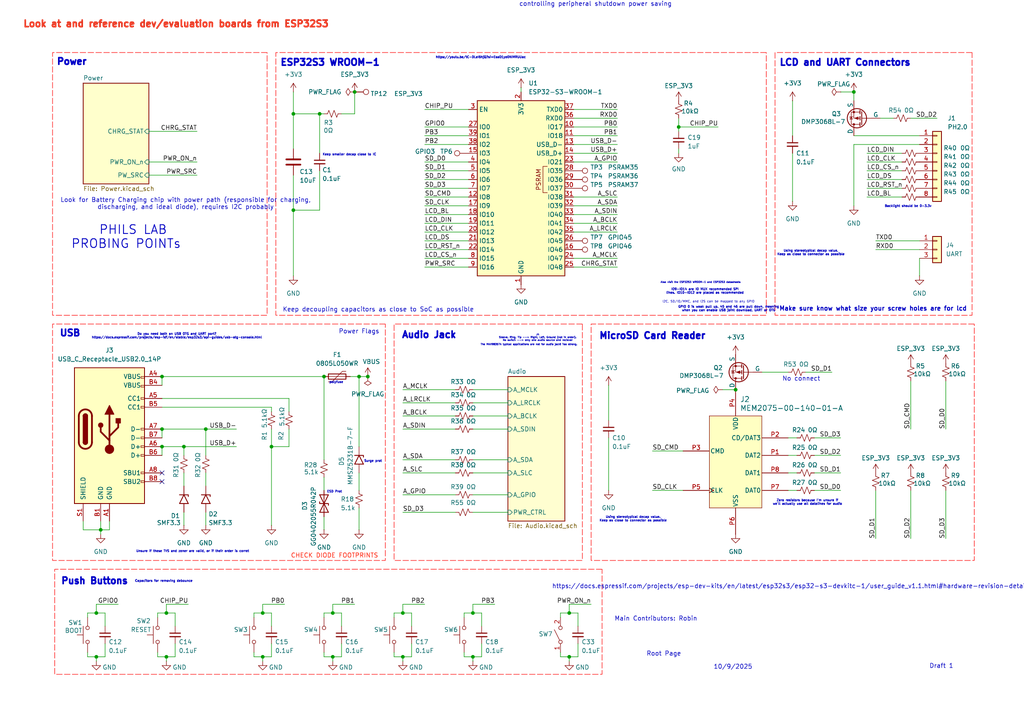
<source format=kicad_sch>
(kicad_sch (version 20250114) (generator "eeschema") (generator_version "9.0")
  (paper "A4")
  (text "Add mosfets on power rails to allow for\ncontrolling peripheral shutdown power saving" (at 172.72 0.254 0) (effects (font (size 1.27 1.27))))
  (text "LCD and UART Connectors" (at 245.11 18.288 0) (effects (font (size 1.905 1.905) (thickness 0.508) (bold yes))))
  (text "Look for Battery Charging chip with power path (responsible for charging,\ndischarging, and ideal diode), requires I2C probably" (at 53.848 59.182 0) (effects (font (size 1.27 1.27))))
  (text "Is PSRAM in the WROOM S3? What do they need?\nBring out the strapping pins and unused pins using test pad\nBring the pull up on SD lines into the SD rules area\nAdd zero resistors to the audio page + LCD + Power pages or connections coming out,\nadditionally to all pins you are unsure of\nThe PWR_ON_n signal is sus! When you turn of the device, is VSRC grounded?\nWouldn't that make it always on? Read the datasheet on this. Maybe you should pull up to bat?\nThis depends on what VBAT is when a USB is in but the battery is not there.\nBB_EN is impossible to control via ESP. ESP requires power but BB converter needs the signal. Circular argument.\nYou need a battery monitor or BMS to read the battery voltage! The ESP can't be the one to\ndetermine whether you battery is too low voltage and therefore shouldn't power on the system - there needs to be\nanother IC that uses very little power but monitors the battery at all times, even when the system is powered off.\nIn other words, your charging IC is too simple! (MIC826, voltage supervisor)\nMAYBE FOR NOW, YOU DON'T NEED IT BECAUSE WE JUST WANT TO MAKE SURE THE SYSTEM WORKS BEFORE WE OPTIMIZE IT\nIs your PMOS and zener diode reverse polarity circuitry actually useful? VBAT probably won't exceed 4.2 because\nof internal IC over voltage protection, your battery will never go over 4.2 otherwise your system is already exploded,\nyour battery also uses JST connection which is KEY'ed so you will not mechanically plug in the battery wrong.\nYour USB still doesn't protect against surge and overcurrent. Either you use a fuse, or find an IC that has a PTC, Zener, and fuse,\nor just build your own PTC + zener (polymer zener protection device)\nAlso, I need to have an integrated LED for powered on. Plus, probably should take a look more at the UART and JTAG debug pins." (at 96.266 -31.242 0) (effects (font (size 1.27 1.27)) (justify left)))
  (text "Keep decoupling capacitors as close to SoC as possible\n" (at 109.728 89.916 0) (effects (font (size 1.27 1.27))))
  (text "ESP32S3 WROOM-1" (at 95.758 18.288 0) (effects (font (size 1.905 1.905) (thickness 0.508) (bold yes))))
  (text "Capacitors for removing debounce" (at 47.498 168.656 0) (effects (font (size 0.635 0.635))))
  (text "Look at and reference dev/evaluation boards from ESP32S3" (at 51.054 7.112 0) (effects (font (size 1.905 1.905) (thickness 0.508) (bold yes))))
  (text "IO9-IO14 are IO MUX recommended SPI\nlines. IO10-IO12 are placed as recommended" (at 204.47 84.582 0) (effects (font (size 0.635 0.635))))
  (text "Make sure know what size your screw holes are for lcd\n" (at 253.238 89.662 0) (effects (font (size 1.27 1.27) (thickness 0.254) (bold yes))))
  (text "GPIO 0 is weak pull up, 45 and 46 are pull down, meaning\nwhen you can enable USB joint download, UART or OTG\n" (at 211.328 89.662 0) (effects (font (size 0.635 0.635))))
  (text "Push Buttons\n" (at 27.432 168.656 0) (effects (font (size 1.905 1.905) (thickness 0.508) (bold yes))))
  (text "Using stereotypical decap value.\nKeep as close to connector as possible" (at 183.642 150.622 0) (effects (font (size 0.635 0.635))))
  (text "MicroSD Card Reader\n" (at 189.23 97.536 0) (effects (font (size 1.905 1.905) (thickness 0.508) (bold yes))))
  (text "Backlight should be 0-3.3v" (at 263.398 59.944 0) (effects (font (size 0.635 0.635))))
  (text "I2C, SD/IO/MMC, and I2S can be mapped to any GPIO\n" (at 205.486 87.63 0) (effects (font (size 0.635 0.635) (thickness 0.0794))))
  (text "Surge prot" (at 108.204 133.858 0) (effects (font (size 0.635 0.635))))
  (text "10/9/2025" (at 212.598 193.548 0) (effects (font (size 1.27 1.27))))
  (text "Root Page" (at 192.532 189.738 0) (effects (font (size 1.27 1.27))))
  (text "Zero resistors because I'm unsure if\nwe'll actually use all datalines for audio" (at 234.188 145.796 0) (effects (font (size 0.635 0.635))))
  (text "Unsure if these TVS and zener are valid, or if their order is corret" (at 55.88 160.02 0) (effects (font (size 0.635 0.635))))
  (text "CHECK DIODE FOOTPRINTS" (at 97.028 161.29 0) (effects (font (size 1.27 1.27))))
  (text "Power" (at 20.828 18.034 0) (effects (font (size 1.905 1.905) (thickness 0.508) (bold yes))))
  (text "Find Diode Footprints, + Fuse\nConfirm all IC footprints validity\nDo Decaps need smaller footprints?" (at 113.792 -3.556 0) (effects (font (size 1.27 1.27))))
  (text "polyfuse" (at 97.536 110.998 0) (effects (font (size 0.635 0.635))))
  (text "Audio Jack" (at 124.46 97.282 0) (effects (font (size 1.905 1.905) (thickness 0.508) (bold yes))))
  (text "Do you need both an USB OTG and UART port?\nhttps://docs.espressif.com/projects/esp-idf/en/stable/esp32s3/api-guides/usb-otg-console.html" (at 51.308 97.536 0) (effects (font (size 0.635 0.635))))
  (text "PROBING POINTs" (at 36.576 70.866 0) (effects (font (size 2.54 2.54) (thickness 0.254) (bold yes))))
  (text "The MAX98357A typical applications are not for audio jack! Too strong." (at 153.416 100.076 0) (effects (font (size 0.508 0.508))))
  (text "Also visit the ESP32S3 WROOM-1 and ESP32S3 datasheets" (at 203.2 82.042 0) (effects (font (size 0.508 0.508))))
  (text "Keep smaller decap close to IC" (at 101.346 44.958 0) (effects (font (size 0.635 0.635))))
  (text "Using stereotypical decap value.\nKeep as close to connector as possible" (at 235.204 73.406 0) (effects (font (size 0.635 0.635))))
  (text "Main Contributors: Robin" (at 190.246 179.578 0) (effects (font (size 1.27 1.27))))
  (text "No connect" (at 232.41 109.982 0) (effects (font (size 1.27 1.27))))
  (text "PHILS LAB" (at 38.608 66.802 0) (effects (font (size 2.54 2.54) (thickness 0.254) (bold yes))))
  (text "Draft 1" (at 273.05 193.294 0) (effects (font (size 1.27 1.27))))
  (text "ESD Prot" (at 97.028 142.748 0) (effects (font (size 0.635 0.635))))
  (text "USB\n" (at 20.32 96.774 0) (effects (font (size 1.905 1.905) (thickness 0.508) (bold yes))))
  (text "https://docs.espressif.com/projects/esp-dev-kits/en/latest/esp32s3/esp32-s3-devkitc-1/user_guide_v1.1.html#hardware-revision-details" (at 229.616 170.18 0) (effects (font (size 1.27 1.27))))
  (text "J4\nSleeve, Ring, Tip --> Right, Left, Ground (not in order).\nNo switch --> only one audio source and reciever" (at 155.956 98.044 0) (effects (font (size 0.508 0.508))))
  (text "Power Flags" (at 104.14 96.266 0) (effects (font (size 1.27 1.27))))
  (text "https://youtu.be/tC-DLeI6hjQ?si=EssO1yo0NIMRUUac" (at 139.446 16.764 0) (effects (font (size 0.635 0.635) (thickness 0.1588))))
  (junction (at 46.99 109.22))
  (junction (at 78.74 129.54))
  (junction (at 102.87 26.67))
  (junction (at 92.71 33.02))
  (junction (at 96.52 177.8))
  (junction (at 27.94 190.5))
  (junction (at 106.68 109.22))
  (junction (at 46.99 124.46))
  (junction (at 116.84 190.5))
  (junction (at 137.16 190.5))
  (junction (at 116.84 177.8))
  (junction (at 59.69 124.46))
  (junction (at 137.16 177.8))
  (junction (at 48.26 190.5))
  (junction (at 76.2 190.5))
  (junction (at 48.26 177.8))
  (junction (at 247.65 26.67))
  (junction (at 85.09 60.96))
  (junction (at 46.99 129.54))
  (junction (at 85.09 33.02))
  (junction (at 53.34 129.54))
  (junction (at 196.85 36.83))
  (junction (at 165.1 190.5))
  (junction (at 96.52 190.5))
  (junction (at 27.94 177.8))
  (junction (at 104.14 109.22))
  (junction (at 29.21 153.67))
  (junction (at 165.1 177.8))
  (junction (at 93.98 109.22))
  (junction (at 213.36 113.03))
  (junction (at 76.2 177.8))
  (no_connect (at 46.99 139.7))
  (no_connect (at 46.99 137.16))
  (wire (pts (xy 196.85 44.45) (xy 196.85 43.18)))
  (wire (pts (xy 251.46 54.61) (xy 261.62 54.61)))
  (wire (pts (xy 48.26 190.5) (xy 50.8 190.5)))
  (wire (pts (xy 162.56 179.07) (xy 162.56 177.8)))
  (wire (pts (xy 93.98 142.24) (xy 93.98 138.43)))
  (wire (pts (xy 116.84 116.84) (xy 132.08 116.84)))
  (wire (pts (xy 46.99 109.22) (xy 46.99 111.76)))
  (wire (pts (xy 114.3 189.23) (xy 114.3 190.5)))
  (wire (pts (xy 43.18 50.8) (xy 57.15 50.8)))
  (wire (pts (xy 46.99 118.11) (xy 78.74 118.11)))
  (wire (pts (xy 85.09 60.96) (xy 85.09 50.8)))
  (wire (pts (xy 83.82 124.46) (xy 83.82 129.54)))
  (wire (pts (xy 45.72 189.23) (xy 45.72 190.5)))
  (wire (pts (xy 93.98 149.86) (xy 93.98 153.67)))
  (wire (pts (xy 196.85 36.83) (xy 196.85 34.29)))
  (wire (pts (xy 179.07 34.29) (xy 166.37 34.29)))
  (wire (pts (xy 116.84 190.5) (xy 119.38 190.5)))
  (wire (pts (xy 76.2 175.26) (xy 82.55 175.26)))
  (wire (pts (xy 165.1 175.26) (xy 165.1 177.8)))
  (wire (pts (xy 29.21 153.67) (xy 29.21 151.13)))
  (wire (pts (xy 209.55 113.03) (xy 213.36 113.03)))
  (wire (pts (xy 251.46 57.15) (xy 261.62 57.15)))
  (wire (pts (xy 189.23 130.81) (xy 198.12 130.81)))
  (wire (pts (xy 29.21 153.67) (xy 31.75 153.67)))
  (wire (pts (xy 123.19 31.75) (xy 135.89 31.75)))
  (wire (pts (xy 78.74 129.54) (xy 78.74 152.4)))
  (wire (pts (xy 46.99 109.22) (xy 93.98 109.22)))
  (wire (pts (xy 119.38 181.61) (xy 119.38 177.8)))
  (wire (pts (xy 45.72 177.8) (xy 48.26 177.8)))
  (wire (pts (xy 78.74 118.11) (xy 78.74 119.38)))
  (wire (pts (xy 165.1 175.26) (xy 171.45 175.26)))
  (wire (pts (xy 123.19 74.93) (xy 135.89 74.93)))
  (wire (pts (xy 27.94 190.5) (xy 27.94 191.77)))
  (wire (pts (xy 137.16 113.03) (xy 147.32 113.03)))
  (wire (pts (xy 114.3 190.5) (xy 116.84 190.5)))
  (wire (pts (xy 93.98 179.07) (xy 93.98 177.8)))
  (wire (pts (xy 251.46 46.99) (xy 261.62 46.99)))
  (wire (pts (xy 46.99 124.46) (xy 46.99 127)))
  (wire (pts (xy 50.8 190.5) (xy 50.8 186.69)))
  (wire (pts (xy 165.1 190.5) (xy 167.64 190.5)))
  (wire (pts (xy 96.52 177.8) (xy 99.06 177.8)))
  (wire (pts (xy 196.85 36.83) (xy 208.28 36.83)))
  (wire (pts (xy 78.74 129.54) (xy 83.82 129.54)))
  (wire (pts (xy 53.34 129.54) (xy 68.58 129.54)))
  (wire (pts (xy 76.2 190.5) (xy 76.2 191.77)))
  (wire (pts (xy 228.6 107.95) (xy 220.98 107.95)))
  (wire (pts (xy 119.38 190.5) (xy 119.38 186.69)))
  (wire (pts (xy 116.84 175.26) (xy 123.19 175.26)))
  (wire (pts (xy 233.68 107.95) (xy 241.3 107.95)))
  (wire (pts (xy 76.2 190.5) (xy 78.74 190.5)))
  (wire (pts (xy 228.6 137.16) (xy 231.14 137.16)))
  (wire (pts (xy 116.84 190.5) (xy 116.84 191.77)))
  (wire (pts (xy 48.26 190.5) (xy 48.26 191.77)))
  (wire (pts (xy 179.07 39.37) (xy 166.37 39.37)))
  (wire (pts (xy 96.52 190.5) (xy 96.52 191.77)))
  (wire (pts (xy 266.7 80.01) (xy 266.7 74.93)))
  (wire (pts (xy 25.4 177.8) (xy 27.94 177.8)))
  (wire (pts (xy 134.62 190.5) (xy 137.16 190.5)))
  (wire (pts (xy 59.69 124.46) (xy 68.58 124.46)))
  (wire (pts (xy 30.48 190.5) (xy 30.48 186.69)))
  (wire (pts (xy 59.69 137.16) (xy 59.69 140.97)))
  (wire (pts (xy 247.65 39.37) (xy 266.7 39.37)))
  (wire (pts (xy 179.07 62.23) (xy 166.37 62.23)))
  (wire (pts (xy 165.1 177.8) (xy 167.64 177.8)))
  (wire (pts (xy 78.74 190.5) (xy 78.74 186.69)))
  (wire (pts (xy 137.16 133.35) (xy 147.32 133.35)))
  (wire (pts (xy 179.07 59.69) (xy 166.37 59.69)))
  (wire (pts (xy 93.98 189.23) (xy 93.98 190.5)))
  (wire (pts (xy 189.23 142.24) (xy 198.12 142.24)))
  (wire (pts (xy 101.6 109.22) (xy 104.14 109.22)))
  (wire (pts (xy 27.94 175.26) (xy 34.29 175.26)))
  (wire (pts (xy 78.74 181.61) (xy 78.74 177.8)))
  (wire (pts (xy 85.09 26.67) (xy 85.09 33.02)))
  (wire (pts (xy 46.99 129.54) (xy 46.99 132.08)))
  (wire (pts (xy 176.53 111.76) (xy 176.53 121.92)))
  (wire (pts (xy 29.21 153.67) (xy 29.21 154.94)))
  (wire (pts (xy 92.71 33.02) (xy 92.71 44.45)))
  (wire (pts (xy 137.16 116.84) (xy 147.32 116.84)))
  (wire (pts (xy 196.85 38.1) (xy 196.85 36.83)))
  (wire (pts (xy 251.46 49.53) (xy 261.62 49.53)))
  (wire (pts (xy 179.07 67.31) (xy 166.37 67.31)))
  (wire (pts (xy 25.4 179.07) (xy 25.4 177.8)))
  (wire (pts (xy 179.07 36.83) (xy 166.37 36.83)))
  (wire (pts (xy 85.09 60.96) (xy 92.71 60.96)))
  (wire (pts (xy 116.84 175.26) (xy 116.84 177.8)))
  (wire (pts (xy 114.3 177.8) (xy 116.84 177.8)))
  (wire (pts (xy 162.56 177.8) (xy 165.1 177.8)))
  (wire (pts (xy 48.26 175.26) (xy 54.61 175.26)))
  (wire (pts (xy 236.22 127) (xy 243.84 127)))
  (wire (pts (xy 123.19 69.85) (xy 135.89 69.85)))
  (wire (pts (xy 176.53 127) (xy 176.53 142.24)))
  (wire (pts (xy 162.56 189.23) (xy 162.56 190.5)))
  (wire (pts (xy 247.65 29.21) (xy 247.65 26.67)))
  (wire (pts (xy 167.64 181.61) (xy 167.64 177.8)))
  (wire (pts (xy 46.99 115.57) (xy 83.82 115.57)))
  (wire (pts (xy 99.06 181.61) (xy 99.06 177.8)))
  (wire (pts (xy 93.98 177.8) (xy 96.52 177.8)))
  (wire (pts (xy 116.84 113.03) (xy 132.08 113.03)))
  (wire (pts (xy 53.34 132.08) (xy 53.34 129.54)))
  (wire (pts (xy 137.16 175.26) (xy 143.51 175.26)))
  (wire (pts (xy 179.07 64.77) (xy 166.37 64.77)))
  (wire (pts (xy 255.27 34.29) (xy 259.08 34.29)))
  (wire (pts (xy 45.72 190.5) (xy 48.26 190.5)))
  (wire (pts (xy 48.26 175.26) (xy 48.26 177.8)))
  (wire (pts (xy 104.14 109.22) (xy 104.14 129.54)))
  (wire (pts (xy 137.16 137.16) (xy 147.32 137.16)))
  (wire (pts (xy 102.87 26.67) (xy 102.87 33.02)))
  (wire (pts (xy 137.16 124.46) (xy 147.32 124.46)))
  (wire (pts (xy 264.16 110.49) (xy 264.16 124.46)))
  (wire (pts (xy 25.4 190.5) (xy 27.94 190.5)))
  (wire (pts (xy 135.89 52.07) (xy 123.19 52.07)))
  (wire (pts (xy 166.37 44.45) (xy 179.07 44.45)))
  (wire (pts (xy 30.48 181.61) (xy 30.48 177.8)))
  (wire (pts (xy 104.14 147.32) (xy 104.14 153.67)))
  (wire (pts (xy 96.52 175.26) (xy 102.87 175.26)))
  (wire (pts (xy 179.07 57.15) (xy 166.37 57.15)))
  (wire (pts (xy 85.09 33.02) (xy 85.09 43.18)))
  (wire (pts (xy 229.87 29.21) (xy 229.87 39.37)))
  (wire (pts (xy 73.66 177.8) (xy 76.2 177.8)))
  (wire (pts (xy 134.62 189.23) (xy 134.62 190.5)))
  (wire (pts (xy 43.18 46.99) (xy 57.15 46.99)))
  (wire (pts (xy 104.14 137.16) (xy 104.14 142.24)))
  (wire (pts (xy 85.09 60.96) (xy 85.09 80.01)))
  (wire (pts (xy 135.89 46.99) (xy 123.19 46.99)))
  (wire (pts (xy 166.37 77.47) (xy 179.07 77.47)))
  (wire (pts (xy 135.89 67.31) (xy 123.19 67.31)))
  (wire (pts (xy 228.6 127) (xy 231.14 127)))
  (wire (pts (xy 254 69.85) (xy 266.7 69.85)))
  (wire (pts (xy 73.66 179.07) (xy 73.66 177.8)))
  (wire (pts (xy 123.19 57.15) (xy 135.89 57.15)))
  (wire (pts (xy 73.66 190.5) (xy 76.2 190.5)))
  (wire (pts (xy 27.94 190.5) (xy 30.48 190.5)))
  (wire (pts (xy 76.2 177.8) (xy 78.74 177.8)))
  (wire (pts (xy 24.13 153.67) (xy 24.13 151.13)))
  (wire (pts (xy 134.62 177.8) (xy 137.16 177.8)))
  (wire (pts (xy 229.87 44.45) (xy 229.87 58.42)))
  (wire (pts (xy 132.08 148.59) (xy 116.84 148.59)))
  (wire (pts (xy 228.6 132.08) (xy 231.14 132.08)))
  (wire (pts (xy 137.16 175.26) (xy 137.16 177.8)))
  (wire (pts (xy 73.66 189.23) (xy 73.66 190.5)))
  (wire (pts (xy 123.19 72.39) (xy 135.89 72.39)))
  (wire (pts (xy 48.26 177.8) (xy 50.8 177.8)))
  (wire (pts (xy 254 142.24) (xy 254 156.21)))
  (wire (pts (xy 264.16 142.24) (xy 264.16 156.21)))
  (wire (pts (xy 116.84 137.16) (xy 132.08 137.16)))
  (wire (pts (xy 123.19 64.77) (xy 135.89 64.77)))
  (wire (pts (xy 274.32 110.49) (xy 274.32 124.46)))
  (wire (pts (xy 123.19 36.83) (xy 135.89 36.83)))
  (wire (pts (xy 134.62 179.07) (xy 134.62 177.8)))
  (wire (pts (xy 116.84 133.35) (xy 132.08 133.35)))
  (wire (pts (xy 243.84 26.67) (xy 247.65 26.67)))
  (wire (pts (xy 137.16 190.5) (xy 137.16 191.77)))
  (wire (pts (xy 247.65 41.91) (xy 266.7 41.91)))
  (wire (pts (xy 116.84 124.46) (xy 132.08 124.46)))
  (wire (pts (xy 251.46 44.45) (xy 261.62 44.45)))
  (wire (pts (xy 135.89 54.61) (xy 123.19 54.61)))
  (wire (pts (xy 116.84 120.65) (xy 132.08 120.65)))
  (wire (pts (xy 83.82 115.57) (xy 83.82 119.38)))
  (wire (pts (xy 179.07 74.93) (xy 166.37 74.93)))
  (wire (pts (xy 137.16 143.51) (xy 147.32 143.51)))
  (wire (pts (xy 27.94 175.26) (xy 27.94 177.8)))
  (wire (pts (xy 59.69 124.46) (xy 59.69 132.08)))
  (wire (pts (xy 228.6 142.24) (xy 231.14 142.24)))
  (wire (pts (xy 31.75 153.67) (xy 31.75 151.13)))
  (wire (pts (xy 254 72.39) (xy 266.7 72.39)))
  (wire (pts (xy 123.19 59.69) (xy 135.89 59.69)))
  (wire (pts (xy 24.13 153.67) (xy 29.21 153.67)))
  (wire (pts (xy 162.56 190.5) (xy 165.1 190.5)))
  (wire (pts (xy 274.32 142.24) (xy 274.32 156.21)))
  (wire (pts (xy 166.37 46.99) (xy 179.07 46.99)))
  (wire (pts (xy 151.13 25.4) (xy 151.13 26.67)))
  (wire (pts (xy 27.94 177.8) (xy 30.48 177.8)))
  (wire (pts (xy 137.16 190.5) (xy 139.7 190.5)))
  (wire (pts (xy 123.19 62.23) (xy 135.89 62.23)))
  (wire (pts (xy 139.7 181.61) (xy 139.7 177.8)))
  (wire (pts (xy 43.18 38.1) (xy 57.15 38.1)))
  (wire (pts (xy 135.89 49.53) (xy 123.19 49.53)))
  (wire (pts (xy 76.2 175.26) (xy 76.2 177.8)))
  (wire (pts (xy 53.34 148.59) (xy 53.34 152.4)))
  (wire (pts (xy 25.4 189.23) (xy 25.4 190.5)))
  (wire (pts (xy 102.87 33.02) (xy 99.06 33.02)))
  (wire (pts (xy 165.1 190.5) (xy 165.1 191.77)))
  (wire (pts (xy 104.14 109.22) (xy 106.68 109.22)))
  (wire (pts (xy 85.09 33.02) (xy 92.71 33.02)))
  (wire (pts (xy 92.71 49.53) (xy 92.71 60.96)))
  (wire (pts (xy 137.16 120.65) (xy 147.32 120.65)))
  (wire (pts (xy 53.34 137.16) (xy 53.34 140.97)))
  (wire (pts (xy 116.84 177.8) (xy 119.38 177.8)))
  (wire (pts (xy 264.16 34.29) (xy 271.78 34.29)))
  (wire (pts (xy 96.52 190.5) (xy 99.06 190.5)))
  (wire (pts (xy 137.16 177.8) (xy 139.7 177.8)))
  (wire (pts (xy 93.98 190.5) (xy 96.52 190.5)))
  (wire (pts (xy 123.19 41.91) (xy 135.89 41.91)))
  (wire (pts (xy 46.99 124.46) (xy 59.69 124.46)))
  (wire (pts (xy 99.06 190.5) (xy 99.06 186.69)))
  (wire (pts (xy 123.19 77.47) (xy 135.89 77.47)))
  (wire (pts (xy 166.37 41.91) (xy 179.07 41.91)))
  (wire (pts (xy 123.19 39.37) (xy 135.89 39.37)))
  (wire (pts (xy 93.98 109.22) (xy 93.98 133.35)))
  (wire (pts (xy 236.22 137.16) (xy 243.84 137.16)))
  (wire (pts (xy 59.69 148.59) (xy 59.69 152.4)))
  (wire (pts (xy 137.16 148.59) (xy 147.32 148.59)))
  (wire (pts (xy 96.52 175.26) (xy 96.52 177.8)))
  (wire (pts (xy 247.65 41.91) (xy 247.65 59.69)))
  (wire (pts (xy 50.8 181.61) (xy 50.8 177.8)))
  (wire (pts (xy 251.46 52.07) (xy 261.62 52.07)))
  (wire (pts (xy 114.3 179.07) (xy 114.3 177.8)))
  (wire (pts (xy 139.7 190.5) (xy 139.7 186.69)))
  (wire (pts (xy 236.22 132.08) (xy 243.84 132.08)))
  (wire (pts (xy 179.07 31.75) (xy 166.37 31.75)))
  (wire (pts (xy 93.98 33.02) (xy 92.71 33.02)))
  (wire (pts (xy 236.22 142.24) (xy 243.84 142.24)))
  (wire (pts (xy 116.84 143.51) (xy 132.08 143.51)))
  (wire (pts (xy 46.99 129.54) (xy 53.34 129.54)))
  (wire (pts (xy 167.64 190.5) (xy 167.64 186.69)))
  (wire (pts (xy 78.74 124.46) (xy 78.74 129.54)))
  (wire (pts (xy 45.72 179.07) (xy 45.72 177.8)))
  (label "USB_D+" (at 68.58 129.54 180))
  (label "LCD_BL" (at 123.19 62.23 0))
  (label "TXD0" (at 179.07 31.75 180))
  (label "PWR_SRC" (at 57.15 50.8 180))
  (label "SD_D2" (at 264.16 156.21 90))
  (label "SD_D0" (at 243.84 142.24 180))
  (label "A_BCLK" (at 179.07 64.77 180))
  (label "USB_D+" (at 179.07 44.45 180))
  (label "SD_CLK" (at 123.19 59.69 0))
  (label "SD_D1" (at 123.19 49.53 0))
  (label "USB_D-" (at 179.07 41.91 180))
  (label "A_GPIO" (at 179.07 46.99 180))
  (label "SD_D2" (at 271.78 34.29 180))
  (label "LCD_DS" (at 251.46 52.07 0))
  (label "LCD_DIN" (at 123.19 64.77 0))
  (label "PB3" (at 143.51 175.26 180))
  (label "A_MCLK" (at 179.07 74.93 180))
  (label "PWR_ON_n" (at 171.45 175.26 180))
  (label "A_GPIO" (at 116.84 143.51 0))
  (label "LCD_CLK" (at 123.19 67.31 0))
  (label "CHRG_STAT" (at 57.15 38.1 180))
  (label "SD_D1" (at 243.84 137.16 180))
  (label "SD_D1" (at 241.3 107.95 180))
  (label "LCD_BL" (at 251.46 57.15 0))
  (label "CHIP_PU" (at 123.19 31.75 0))
  (label "SD_D1" (at 254 156.21 90))
  (label "SD_D3" (at 243.84 127 180))
  (label "SD_D2" (at 123.19 52.07 0))
  (label "A_SDIN" (at 116.84 124.46 0))
  (label "A_SLC" (at 179.07 57.15 180))
  (label "SD_CMD" (at 189.23 130.81 0))
  (label "PWR_ON_n" (at 57.15 46.99 180))
  (label "RXD0" (at 254 72.39 0))
  (label "SD_D3" (at 116.84 148.59 0))
  (label "LCD_DS" (at 123.19 69.85 0))
  (label "CHRG_STAT" (at 179.07 77.47 180))
  (label "A_LRCLK" (at 179.07 67.31 180))
  (label "A_LRCLK" (at 116.84 116.84 0))
  (label "LCD_DIN" (at 251.46 44.45 0))
  (label "A_SDIN" (at 179.07 62.23 180))
  (label "PB0" (at 179.07 36.83 180))
  (label "RXD0" (at 179.07 34.29 180))
  (label "A_SDA" (at 179.07 59.69 180))
  (label "USB_D-" (at 68.58 124.46 180))
  (label "PB2" (at 123.19 175.26 180))
  (label "A_SLC" (at 116.84 137.16 0))
  (label "A_SDA" (at 116.84 133.35 0))
  (label "SD_CMD" (at 264.16 124.46 90))
  (label "LCD_RST_n" (at 123.19 72.39 0))
  (label "GPIO0" (at 34.29 175.26 180))
  (label "SD_CMD" (at 123.19 57.15 0))
  (label "PB0" (at 82.55 175.26 180))
  (label "PB3" (at 123.19 39.37 0))
  (label "SD_D3" (at 123.19 54.61 0))
  (label "PB1" (at 179.07 39.37 180))
  (label "GPIO0" (at 123.19 36.83 0))
  (label "SD_CLK" (at 189.23 142.24 0))
  (label "TXD0" (at 254 69.85 0))
  (label "SD_D2" (at 243.84 132.08 180))
  (label "PWR_SRC" (at 123.19 77.47 0))
  (label "LCD_RST_n" (at 251.46 54.61 0))
  (label "SD_D3" (at 274.32 156.21 90))
  (label "CHIP_PU" (at 208.28 36.83 180))
  (label "LCD_CS_n" (at 123.19 74.93 0))
  (label "LCD_CLK" (at 251.46 46.99 0))
  (label "SD_D0" (at 123.19 46.99 0))
  (label "CHIP_PU" (at 54.61 175.26 180))
  (label "PB2" (at 123.19 41.91 0))
  (label "A_BCLK" (at 116.84 120.65 0))
  (label "A_MCLK" (at 116.84 113.03 0))
  (label "SD_D0" (at 274.32 124.46 90))
  (label "PB1" (at 102.87 175.26 180))
  (label "LCD_CS_n" (at 251.46 49.53 0))
  (rule_area (polyline (pts (xy 111.76 93.98) (xy 15.24 93.98) (xy 15.24 162.56) (xy 111.76 162.56)) (stroke (width 0) (type dash))))
  (rule_area (polyline (pts (xy 282.575 93.98) (xy 171.45 93.98) (xy 171.45 162.56) (xy 282.575 162.56)) (stroke (width 0) (type dash))))
  (rule_area (polyline (pts (xy 168.91 93.98) (xy 114.3 93.98) (xy 114.3 162.56) (xy 168.91 162.56)) (stroke (width 0) (type dash))))
  (rule_area (polyline (pts (xy 174.625 165.1) (xy 15.875 165.1) (xy 15.875 195.58) (xy 174.625 195.58)) (stroke (width 0) (type dash))))
  (rule_area (polyline (pts (xy 281.94 15.24) (xy 224.79 15.24) (xy 224.79 91.44) (xy 281.94 91.44)) (stroke (width 0) (type dash))))
  (rule_area (polyline (pts (xy 222.25 15.24) (xy 80.01 15.24) (xy 80.01 91.44) (xy 222.25 91.44)) (stroke (width 0) (type dash))))
  (rule_area (polyline (pts (xy 77.47 15.24) (xy 15.24 15.24) (xy 15.24 91.44) (xy 77.47 91.44)) (stroke (width 0) (type dash))))
  (symbol (lib_id "power:PWR_FLAG") (at 209.55 113.03 90) (mirror x) (unit 1)
    (property "Reference" "#FLG03" (effects (hide yes)))
    (property "Value" "PWR_FLAG" (at 205.74 113.284 90) (effects (justify left)))
    (property "Description" "Special symbol for telling ERC where power comes from" (effects (hide yes)))
  )
  (symbol (lib_id "power:GND") (at 59.69 152.4 0) (unit 1)
    (property "Reference" "#PWR022" (effects (hide yes)))
    (property "Value" "GND" (at 59.69 157.48 0))
    (property "Description" "Power symbol creates a global label with name \"GND\" , ground" (effects (hide yes)))
  )
  (symbol (lib_id "Device:R_Small_US") (at 264.16 49.53 90) (unit 1)
    (property "Reference" "R42" (at 275.59 48.006 90))
    (property "Value" "0Ω" (at 279.908 48.006 90))
    (property "Footprint" "Resistor_SMD:R_0805_2012Metric" (effects (hide yes)))
    (property "Description" "Resistor, small US symbol" (effects (hide yes)))
  )
  (symbol (lib_id "Device:R_Small_US") (at 264.16 52.07 90) (unit 1)
    (property "Reference" "R43" (at 275.59 50.546 90))
    (property "Value" "0Ω" (at 279.908 50.546 90))
    (property "Footprint" "Resistor_SMD:R_0805_2012Metric" (effects (hide yes)))
    (property "Description" "Resistor, small US symbol" (effects (hide yes)))
  )
  (symbol (lib_id "Device:C") (at 85.09 46.99 0) (unit 1)
    (property "Reference" "C13" (at 86.868 49.784 0) (effects (justify left)))
    (property "Value" "10uF" (at 86.868 52.324 0) (effects (justify left)))
    (property "Footprint" "Capacitor_SMD:C_0805_2012Metric_Pad1.18x1.45mm_HandSolder" (effects (hide yes)))
    (property "Description" "Unpolarized capacitor" (effects (hide yes)))
  )
  (symbol (lib_id "Device:R_Small_US") (at 233.68 132.08 90) (unit 1)
    (property "Reference" "R25" (at 231.648 129.794 90))
    (property "Value" "0Ω" (at 235.712 129.794 90))
    (property "Footprint" "Resistor_SMD:R_0805_2012Metric" (effects (hide yes)))
    (property "Description" "Resistor, small US symbol" (effects (hide yes)))
  )
  (symbol (lib_id "Diode:1.5KExxCA") (at 93.98 146.05 90) (unit 1)
    (property "Reference" "D3" (at 88.392 148.082 0) (effects (justify left)))
    (property "Value" "GG0402055R042P" (at 90.932 158.496 0) (effects (justify left)))
    (property "Footprint" "Diode_SMD:D_0805_2012Metric_Pad1.15x1.40mm_HandSolder" (effects (hide yes)))
    (property "Datasheet" "https://datasheets.kyocera-avx.com/AVX-GiGuard.pdf" (effects (hide yes)))
    (property "Description" "1500W bidirectional TVS diode, DO-201AE" (effects (hide yes)))
  )
  (symbol (lib_id "power:GND") (at 247.65 59.69 0) (unit 1)
    (property "Reference" "#PWR01" (effects (hide yes)))
    (property "Value" "GND" (at 247.65 64.77 0))
    (property "Description" "Power symbol creates a global label with name \"GND\" , ground" (effects (hide yes)))
  )
  (symbol (lib_id "power:+3V3") (at 196.85 29.21 0) (unit 1)
    (property "Reference" "#PWR031" (effects (hide yes)))
    (property "Value" "ESP_3V3" (at 196.85 24.892 0))
    (property "Description" "Power symbol creates a global label with name \"+3V3\"" (effects (hide yes)))
  )
  (symbol (lib_id "power:+3V3") (at 264.16 137.16 0) (unit 1)
    (property "Reference" "#PWR036" (effects (hide yes)))
    (property "Value" "ESP_3V3" (at 264.16 132.842 0))
    (property "Description" "Power symbol creates a global label with name \"+3V3\"" (effects (hide yes)))
  )
  (symbol (lib_id "Connector:TestPoint") (at 166.37 69.85 270) (unit 1)
    (property "Reference" "TP7" (at 171.196 68.834 90) (effects (justify left)))
    (property "Value" "GPIO45" (at 176.276 68.8341 90) (effects (justify left)))
    (property "Footprint" "TestPoint:TestPoint_Pad_1.5x1.5mm" (effects (hide yes)))
    (property "Description" "test point" (effects (hide yes)))
  )
  (symbol (lib_id "power:GND") (at 176.53 142.24 0) (unit 1)
    (property "Reference" "#PWR018" (effects (hide yes)))
    (property "Value" "GND" (at 176.53 147.32 0))
    (property "Description" "Power symbol creates a global label with name \"GND\" , ground" (effects (hide yes)))
  )
  (symbol (lib_id "power:PWR_FLAG") (at 243.84 26.67 90) (mirror x) (unit 1)
    (property "Reference" "#FLG06" (effects (hide yes)))
    (property "Value" "PWR_FLAG" (at 246.634 24.384 90) (effects (justify left)))
    (property "Description" "Special symbol for telling ERC where power comes from" (effects (hide yes)))
  )
  (symbol (lib_id "Device:R_Small_US") (at 134.62 133.35 90) (unit 1)
    (property "Reference" "R37" (at 132.588 131.064 90))
    (property "Value" "0Ω" (at 136.652 131.064 90))
    (property "Footprint" "Resistor_SMD:R_0805_2012Metric" (effects (hide yes)))
    (property "Description" "Resistor, small US symbol" (effects (hide yes)))
  )
  (symbol (lib_id "Device:R_Small_US") (at 233.68 142.24 90) (unit 1)
    (property "Reference" "R27" (at 231.648 139.954 90))
    (property "Value" "0Ω" (at 235.712 139.954 90))
    (property "Footprint" "Resistor_SMD:R_0805_2012Metric" (effects (hide yes)))
    (property "Description" "Resistor, small US symbol" (effects (hide yes)))
  )
  (symbol (lib_id "power:GND") (at 78.74 152.4 0) (unit 1)
    (property "Reference" "#PWR010" (effects (hide yes)))
    (property "Value" "GND" (at 78.74 157.48 0))
    (property "Description" "Power symbol creates a global label with name \"GND\" , ground" (effects (hide yes)))
  )
  (symbol (lib_id "Device:R_Small_US") (at 93.98 135.89 0) (unit 1)
    (property "Reference" "R28" (at 88.138 134.874 0) (effects (justify left)))
    (property "Value" "5.1k" (at 88.138 136.906 0) (effects (justify left)))
    (property "Footprint" "Resistor_SMD:R_0805_2012Metric" (effects (hide yes)))
    (property "Description" "Resistor, small US symbol" (effects (hide yes)))
  )
  (symbol (lib_id "power:GND") (at 48.26 191.77 0) (unit 1)
    (property "Reference" "#PWR06" (effects (hide yes)))
    (property "Value" "GND" (at 52.07 193.548 0))
    (property "Description" "Power symbol creates a global label with name \"GND\" , ground" (effects (hide yes)))
  )
  (symbol (lib_id "Device:C_Small") (at 176.53 124.46 0) (unit 1)
    (property "Reference" "C10" (at 177.546 127 0) (effects (justify left)))
    (property "Value" "0.1uF" (at 177.546 129.54 0) (effects (justify left)))
    (property "Footprint" "Capacitor_SMD:C_0805_2012Metric_Pad1.18x1.45mm_HandSolder" (effects (hide yes)))
    (property "Description" "Unpolarized capacitor, small symbol" (effects (hide yes)))
  )
  (symbol (lib_id "MEM2075:MEM2075-00-140-01-A") (at 213.36 137.16 0) (unit 1)
    (property "Reference" "J2" (at 214.63 115.824 0) (effects (font (size 1.524 1.524)) (justify left)))
    (property "Value" "MEM2075-00-140-01-A" (at 214.63 118.364 0) (effects (font (size 1.524 1.524)) (justify left)))
    (property "Footprint" "Footprints:MEM2075-00-140-01-A_GCT" (effects (hide yes)))
    (property "Datasheet" "https://gct.co/connector/mem2075" (effects (hide yes)))
  )
  (symbol (lib_id "RF_Module:ESP32-S3-WROOM-1") (at 151.13 54.61 0) (unit 1)
    (property "Reference" "U1" (at 153.2733 24.13 0) (effects (justify left)))
    (property "Value" "ESP32-S3-WROOM-1" (at 153.2733 26.67 0) (effects (justify left)))
    (property "Footprint" "RF_Module:ESP32-S3-WROOM-1" (effects (hide yes)))
    (property "Datasheet" "https://www.espressif.com/sites/default/files/documentation/esp32-s3-wroom-1_wroom-1u_datasheet_en.pdf" (effects (hide yes)))
    (property "Description" "RF Module, ESP32-S3 SoC, Wi-Fi 802.11b/g/n, Bluetooth, BLE, 32-bit, 3.3V, onboard antenna, SMD" (effects (hide yes)))
  )
  (symbol (lib_id "Device:R_Small_US") (at 134.62 113.03 90) (unit 1)
    (property "Reference" "R33" (at 132.588 110.744 90))
    (property "Value" "0Ω" (at 136.652 110.744 90))
    (property "Footprint" "Resistor_SMD:R_0805_2012Metric" (effects (hide yes)))
    (property "Description" "Resistor, small US symbol" (effects (hide yes)))
  )
  (symbol (lib_id "Device:R_Small_US") (at 78.74 121.92 0) (unit 1)
    (property "Reference" "R1" (at 76.708 127.762 90) (effects (justify left)))
    (property "Value" "5.1kΩ" (at 76.708 124.206 90) (effects (justify left)))
    (property "Footprint" "Resistor_SMD:R_0805_2012Metric" (effects (hide yes)))
    (property "Description" "Resistor, small US symbol" (effects (hide yes)))
  )
  (symbol (lib_id "Device:C_Small") (at 167.64 184.15 0) (unit 1)
    (property "Reference" "C33" (at 168.656 186.182 0) (effects (justify left)))
    (property "Value" "0.1uF" (at 168.656 188.722 0) (effects (justify left)))
    (property "Footprint" "Capacitor_SMD:C_0805_2012Metric_Pad1.18x1.45mm_HandSolder" (effects (hide yes)))
    (property "Description" "Unpolarized capacitor, small symbol" (effects (hide yes)))
  )
  (symbol (lib_id "Simulation_SPICE:PMOS") (at 215.9 107.95 180) (unit 1)
    (property "Reference" "Q2" (at 208.28 106.68 0))
    (property "Value" "DMP3068L-7" (at 203.454 108.966 0))
    (property "Footprint" "Package_TO_SOT_SMD:SOT-23-3" (effects (hide yes)))
    (property "Datasheet" "https://www.diodes.com/assets/Datasheets/DMP3068L.pdf" (effects (hide yes)))
    (property "Description" "P-MOSFET transistor, drain/source/gate" (effects (hide yes)))
    (property "Sim.Device" "PMOS" (effects (hide yes)))
    (property "Sim.Type" "VDMOS" (effects (hide yes)))
    (property "Sim.Pins" "1=D 2=G 3=S" (effects (hide yes)))
  )
  (symbol (lib_id "Switch:SW_Push") (at 114.3 184.15 90) (unit 1)
    (property "Reference" "SW5" (at 110.49 182.626 90))
    (property "Value" "SW_Push" (effects (hide yes)))
    (property "Footprint" "Button_Switch_SMD:SW_Push_1P1T_NO_CK_KSC6xxG" (effects (hide yes)))
    (property "Description" "Push button switch, generic, two pins" (effects (hide yes)))
  )
  (symbol (lib_id "Device:R_Small_US") (at 134.62 120.65 90) (unit 1)
    (property "Reference" "R35" (at 132.588 118.364 90))
    (property "Value" "0Ω" (at 136.652 118.364 90))
    (property "Footprint" "Resistor_SMD:R_0805_2012Metric" (effects (hide yes)))
    (property "Description" "Resistor, small US symbol" (effects (hide yes)))
  )
  (symbol (lib_id "power:+3V3") (at 151.13 25.4 0) (unit 1)
    (property "Reference" "#PWR030" (effects (hide yes)))
    (property "Value" "ESP_3V3" (at 151.13 20.32 0))
    (property "Description" "Power symbol creates a global label with name \"+3V3\"" (effects (hide yes)))
  )
  (symbol (lib_id "power:+3V3") (at 254 137.16 0) (unit 1)
    (property "Reference" "#PWR035" (effects (hide yes)))
    (property "Value" "ESP_3V3" (at 254 132.842 0))
    (property "Description" "Power symbol creates a global label with name \"+3V3\"" (effects (hide yes)))
  )
  (symbol (lib_id "power:GND") (at 229.87 58.42 0) (unit 1)
    (property "Reference" "#PWR020" (effects (hide yes)))
    (property "Value" "GND" (at 229.87 63.5 0))
    (property "Description" "Power symbol creates a global label with name \"GND\" , ground" (effects (hide yes)))
  )
  (symbol (lib_id "power:+3V3") (at 274.32 105.41 0) (unit 1)
    (property "Reference" "#PWR034" (effects (hide yes)))
    (property "Value" "ESP_3V3" (at 274.32 101.092 0))
    (property "Description" "Power symbol creates a global label with name \"+3V3\"" (effects (hide yes)))
  )
  (symbol (lib_id "Device:R_Small_US") (at 264.16 46.99 90) (unit 1)
    (property "Reference" "R41" (at 275.59 45.466 90))
    (property "Value" "0Ω" (at 279.908 45.466 90))
    (property "Footprint" "Resistor_SMD:R_0805_2012Metric" (effects (hide yes)))
    (property "Description" "Resistor, small US symbol" (effects (hide yes)))
  )
  (symbol (lib_id "Device:R_Small_US") (at 134.62 148.59 270) (mirror x) (unit 1)
    (property "Reference" "R55" (at 132.588 145.796 90))
    (property "Value" "0Ω" (at 136.652 145.796 90))
    (property "Footprint" "Resistor_SMD:R_0805_2012Metric" (effects (hide yes)))
    (property "Description" "Resistor, small US symbol" (effects (hide yes)))
  )
  (symbol (lib_id "Switch:SW_Push") (at 25.4 184.15 90) (unit 1)
    (property "Reference" "SW1" (at 21.844 180.594 90))
    (property "Value" "BOOT" (at 21.336 182.88 90))
    (property "Footprint" "Button_Switch_SMD:SW_Push_1P1T_NO_CK_KSC6xxG" (effects (hide yes)))
    (property "Description" "Push button switch, generic, two pins" (effects (hide yes)))
  )
  (symbol (lib_id "Device:R_Small_US") (at 274.32 107.95 180) (unit 1)
    (property "Reference" "R6" (at 277.114 106.172 0))
    (property "Value" "10kΩ" (at 277.622 108.458 0))
    (property "Footprint" "Resistor_SMD:R_0805_2012Metric" (effects (hide yes)))
    (property "Description" "Resistor, small US symbol" (effects (hide yes)))
  )
  (symbol (lib_id "Connector:TestPoint") (at 166.37 72.39 270) (unit 1)
    (property "Reference" "TP8" (at 171.196 71.374 90) (effects (justify left)))
    (property "Value" "GPIO46" (at 176.276 71.3741 90) (effects (justify left)))
    (property "Footprint" "TestPoint:TestPoint_Pad_1.5x1.5mm" (effects (hide yes)))
    (property "Description" "test point" (effects (hide yes)))
  )
  (symbol (lib_id "power:GND") (at 29.21 154.94 0) (unit 1)
    (property "Reference" "#PWR08" (effects (hide yes)))
    (property "Value" "GND" (at 29.21 160.02 0))
    (property "Description" "Power symbol creates a global label with name \"GND\" , ground" (effects (hide yes)))
  )
  (symbol (lib_id "power:GND") (at 76.2 191.77 0) (unit 1)
    (property "Reference" "#PWR025" (effects (hide yes)))
    (property "Value" "GND" (at 80.01 193.548 0))
    (property "Description" "Power symbol creates a global label with name \"GND\" , ground" (effects (hide yes)))
  )
  (symbol (lib_id "power:GND") (at 27.94 191.77 0) (unit 1)
    (property "Reference" "#PWR05" (effects (hide yes)))
    (property "Value" "GND" (at 31.75 193.548 0))
    (property "Description" "Power symbol creates a global label with name \"GND\" , ground" (effects (hide yes)))
  )
  (symbol (lib_id "power:+3V3") (at 213.36 102.87 0) (unit 1)
    (property "Reference" "#PWR011" (effects (hide yes)))
    (property "Value" "+3V3" (at 213.36 97.79 0))
    (property "Description" "Power symbol creates a global label with name \"+3V3\"" (effects (hide yes)))
  )
  (symbol (lib_id "Device:R_Small_US") (at 231.14 107.95 90) (unit 1)
    (property "Reference" "R53" (at 229.108 105.664 90))
    (property "Value" "0Ω" (at 233.172 105.664 90))
    (property "Footprint" "Resistor_SMD:R_0805_2012Metric" (effects (hide yes)))
    (property "Description" "Resistor, small US symbol" (effects (hide yes)))
  )
  (symbol (lib_id "Device:R_Small_US") (at 264.16 107.95 180) (unit 1)
    (property "Reference" "R5" (at 266.954 106.172 0))
    (property "Value" "10kΩ" (at 267.462 108.458 0))
    (property "Footprint" "Resistor_SMD:R_0805_2012Metric" (effects (hide yes)))
    (property "Description" "Resistor, small US symbol" (effects (hide yes)))
  )
  (symbol (lib_id "power:PWR_FLAG") (at 106.68 109.22 180) (unit 1)
    (property "Reference" "#FLG02" (effects (hide yes)))
    (property "Value" "PWR_FLAG" (at 106.68 114.3 0))
    (property "Description" "Special symbol for telling ERC where power comes from" (effects (hide yes)))
  )
  (symbol (lib_id "power:+3V3") (at 102.87 26.67 0) (unit 1)
    (property "Reference" "#PWR029" (effects (hide yes)))
    (property "Value" "ESP_3V3" (at 102.87 21.59 0))
    (property "Description" "Power symbol creates a global label with name \"+3V3\"" (effects (hide yes)))
  )
  (symbol (lib_id "Device:R_Small_US") (at 233.68 127 90) (unit 1)
    (property "Reference" "R24" (at 231.648 124.714 90))
    (property "Value" "0Ω" (at 235.712 124.714 90))
    (property "Footprint" "Resistor_SMD:R_0805_2012Metric" (effects (hide yes)))
    (property "Description" "Resistor, small US symbol" (effects (hide yes)))
  )
  (symbol (lib_id "Device:R_Small_US") (at 96.52 33.02 90) (unit 1)
    (property "Reference" "R3" (at 95.25 35.56 90))
    (property "Value" "0Ω" (at 95.25 37.846 90))
    (property "Footprint" "Resistor_SMD:R_0805_2012Metric" (effects (hide yes)))
    (property "Description" "Resistor, small US symbol" (effects (hide yes)))
  )
  (symbol (lib_id "Diode:SMF33A") (at 104.14 133.35 270) (unit 1)
    (property "Reference" "D5" (at 99.06 135.128 0) (effects (justify right)))
    (property "Value" "MMSZ5231B-7-F" (at 101.6 140.716 0) (effects (justify right)))
    (property "Footprint" "Diode_SMD:D_SOD-323" (effects (hide yes)))
    (property "Datasheet" "https://www.diodes.com/assets/Datasheets/ds31038.pdf" (effects (hide yes)))
    (property "Description" "200W unidirectional Transil Transient Voltage Suppressor, 33Vrwm, SMF" (effects (hide yes)))
  )
  (symbol (lib_id "power:GND") (at 116.84 191.77 0) (unit 1)
    (property "Reference" "#PWR027" (effects (hide yes)))
    (property "Value" "GND" (at 120.65 193.548 0))
    (property "Description" "Power symbol creates a global label with name \"GND\" , ground" (effects (hide yes)))
  )
  (symbol (lib_id "Device:C_Small") (at 30.48 184.15 0) (unit 1)
    (property "Reference" "C12" (at 31.496 186.182 0) (effects (justify left)))
    (property "Value" "0.1uF" (at 31.496 188.722 0) (effects (justify left)))
    (property "Footprint" "Capacitor_SMD:C_0805_2012Metric_Pad1.18x1.45mm_HandSolder" (effects (hide yes)))
    (property "Description" "Unpolarized capacitor, small symbol" (effects (hide yes)))
  )
  (symbol (lib_id "Diode:SMF33A") (at 53.34 144.78 270) (unit 1)
    (property "Reference" "D1" (at 49.53 149.606 90) (effects (justify left)))
    (property "Value" "SMF3.3" (at 45.466 151.638 90) (effects (justify left)))
    (property "Footprint" "Diode_SMD:D_SOD-123F" (effects (hide yes)))
    (property "Datasheet" "https://www.littelfuse.com/assetdocs/tvs-diodes-smf3?assetguid=2e80cd26-b0c3-442f-9d77-27a283ccff4f" (effects (hide yes)))
    (property "Description" "200W unidirectional Transil Transient Voltage Suppressor, 33Vrwm, SMF" (effects (hide yes)))
  )
  (symbol (lib_id "power:+3V3") (at 229.87 29.21 0) (unit 1)
    (property "Reference" "#PWR019" (effects (hide yes)))
    (property "Value" "+3V3" (at 229.87 24.13 0))
    (property "Description" "Power symbol creates a global label with name \"+3V3\"" (effects (hide yes)))
  )
  (symbol (lib_id "power:GND") (at 104.14 153.67 0) (unit 1)
    (property "Reference" "#PWR081" (effects (hide yes)))
    (property "Value" "GND" (at 104.14 158.75 0))
    (property "Description" "Power symbol creates a global label with name \"GND\" , ground" (effects (hide yes)))
  )
  (symbol (lib_id "power:GND") (at 165.1 191.77 0) (unit 1)
    (property "Reference" "#PWR061" (effects (hide yes)))
    (property "Value" "GND" (at 168.91 193.548 0))
    (property "Description" "Power symbol creates a global label with name \"GND\" , ground" (effects (hide yes)))
  )
  (symbol (lib_id "power:+3V3") (at 247.65 26.67 0) (unit 1)
    (property "Reference" "#PWR02" (effects (hide yes)))
    (property "Value" "+3V3" (at 247.65 21.59 0))
    (property "Description" "Power symbol creates a global label with name \"+3V3\"" (effects (hide yes)))
  )
  (symbol (lib_id "power:GND") (at 213.36 154.94 0) (unit 1)
    (property "Reference" "#PWR07" (effects (hide yes)))
    (property "Value" "GND" (at 213.36 160.02 0))
    (property "Description" "Power symbol creates a global label with name \"GND\" , ground" (effects (hide yes)))
  )
  (symbol (lib_id "Device:R_Small_US") (at 196.85 31.75 180) (unit 1)
    (property "Reference" "R4" (at 199.644 29.972 0))
    (property "Value" "10kΩ" (at 200.152 32.258 0))
    (property "Footprint" "Resistor_SMD:R_0805_2012Metric" (effects (hide yes)))
    (property "Description" "Resistor, small US symbol" (effects (hide yes)))
  )
  (symbol (lib_id "Device:C_Small") (at 78.74 184.15 0) (unit 1)
    (property "Reference" "C15" (at 79.756 186.182 0) (effects (justify left)))
    (property "Value" "0.1uF" (at 79.756 188.722 0) (effects (justify left)))
    (property "Footprint" "Capacitor_SMD:C_0805_2012Metric_Pad1.18x1.45mm_HandSolder" (effects (hide yes)))
    (property "Description" "Unpolarized capacitor, small symbol" (effects (hide yes)))
  )
  (symbol (lib_id "power:GND") (at 151.13 82.55 0) (unit 1)
    (property "Reference" "#PWR04" (effects (hide yes)))
    (property "Value" "GND" (at 151.13 87.63 0))
    (property "Description" "Power symbol creates a global label with name \"GND\" , ground" (effects (hide yes)))
  )
  (symbol (lib_id "Connector:USB_C_Receptacle_USB2.0_16P") (at 31.75 124.46 0) (unit 1)
    (property "Reference" "J3" (at 31.75 101.6 0))
    (property "Value" "USB_C_Receptacle_USB2.0_14P" (at 31.75 104.14 0))
    (property "Footprint" "Footprints:USB_C_12402012E212A_AMP" (effects (hide yes)))
    (property "Datasheet" "https://cdn.amphenol-cs.com/media/wysiwyg/files/documentation/datasheet/inputoutput/io_usb_type_c.pdf" (effects (hide yes)))
    (property "Description" "USB 2.0-only 16P Type-C Receptacle connector" (effects (hide yes)))
  )
  (symbol (lib_id "power:+3V3") (at 274.32 137.16 0) (unit 1)
    (property "Reference" "#PWR037" (effects (hide yes)))
    (property "Value" "ESP_3V3" (at 274.32 132.842 0))
    (property "Description" "Power symbol creates a global label with name \"+3V3\"" (effects (hide yes)))
  )
  (symbol (lib_id "Device:R_Small_US") (at 264.16 44.45 90) (unit 1)
    (property "Reference" "R40" (at 275.59 42.926 90))
    (property "Value" "0Ω" (at 279.908 42.926 90))
    (property "Footprint" "Resistor_SMD:R_0805_2012Metric" (effects (hide yes)))
    (property "Description" "Resistor, small US symbol" (effects (hide yes)))
  )
  (symbol (lib_id "Device:R_Small_US") (at 274.32 139.7 180) (unit 1)
    (property "Reference" "R9" (at 277.114 137.922 0))
    (property "Value" "10kΩ" (at 277.622 140.208 0))
    (property "Footprint" "Resistor_SMD:R_0805_2012Metric" (effects (hide yes)))
    (property "Description" "Resistor, small US symbol" (effects (hide yes)))
  )
  (symbol (lib_id "Device:R_Small_US") (at 261.62 34.29 90) (unit 1)
    (property "Reference" "R54" (at 259.588 32.004 90))
    (property "Value" "0Ω" (at 263.652 32.004 90))
    (property "Footprint" "Resistor_SMD:R_0805_2012Metric" (effects (hide yes)))
    (property "Description" "Resistor, small US symbol" (effects (hide yes)))
  )
  (symbol (lib_id "power:+3V3") (at 264.16 105.41 0) (unit 1)
    (property "Reference" "#PWR033" (effects (hide yes)))
    (property "Value" "ESP_3V3" (at 264.16 101.092 0))
    (property "Description" "Power symbol creates a global label with name \"+3V3\"" (effects (hide yes)))
  )
  (symbol (lib_id "Connector_Generic:Conn_01x03") (at 271.78 72.39 0) (unit 1)
    (property "Reference" "J4" (at 274.32 71.1199 0) (effects (justify left)))
    (property "Value" "UART" (at 274.32 73.6599 0) (effects (justify left)))
    (property "Footprint" "Connector_JST:JST_PH_B3B-PH-K_1x03_P2.00mm_Vertical" (effects (hide yes)))
    (property "Description" "Generic connector, single row, 01x03, script generated (kicad-library-utils/schlib/autogen/connector/)" (effects (hide yes)))
  )
  (symbol (lib_id "Device:R_Small_US") (at 104.14 144.78 0) (unit 1)
    (property "Reference" "R18" (at 98.806 144.78 0) (effects (justify left)))
    (property "Value" "5.1k" (at 98.806 147.32 0) (effects (justify left)))
    (property "Footprint" "Resistor_SMD:R_0805_2012Metric" (effects (hide yes)))
    (property "Description" "Resistor, small US symbol" (effects (hide yes)))
  )
  (symbol (lib_id "Simulation_SPICE:PMOS") (at 250.19 34.29 180) (unit 1)
    (property "Reference" "Q3" (at 242.57 33.02 0))
    (property "Value" "DMP3068L-7" (at 238.76 35.306 0))
    (property "Footprint" "Package_TO_SOT_SMD:SOT-23-3" (effects (hide yes)))
    (property "Datasheet" "https://www.diodes.com/assets/Datasheets/DMP3068L.pdf" (effects (hide yes)))
    (property "Description" "P-MOSFET transistor, drain/source/gate" (effects (hide yes)))
    (property "Sim.Device" "PMOS" (effects (hide yes)))
    (property "Sim.Type" "VDMOS" (effects (hide yes)))
    (property "Sim.Pins" "1=D 2=G 3=S" (effects (hide yes)))
  )
  (symbol (lib_id "Connector:TestPoint") (at 166.37 52.07 270) (unit 1)
    (property "Reference" "TP4" (at 171.196 51.054 90) (effects (justify left)))
    (property "Value" "PSRAM36" (at 176.276 51.0541 90) (effects (justify left)))
    (property "Footprint" "TestPoint:TestPoint_Pad_1.5x1.5mm" (effects (hide yes)))
    (property "Description" "test point" (effects (hide yes)))
  )
  (symbol (lib_id "power:GND") (at 53.34 152.4 0) (unit 1)
    (property "Reference" "#PWR021" (effects (hide yes)))
    (property "Value" "GND" (at 53.34 157.48 0))
    (property "Description" "Power symbol creates a global label with name \"GND\" , ground" (effects (hide yes)))
  )
  (symbol (lib_id "Device:R_Small_US") (at 134.62 124.46 90) (unit 1)
    (property "Reference" "R36" (at 132.588 122.174 90))
    (property "Value" "0Ω" (at 136.652 122.174 90))
    (property "Footprint" "Resistor_SMD:R_0805_2012Metric" (effects (hide yes)))
    (property "Description" "Resistor, small US symbol" (effects (hide yes)))
  )
  (symbol (lib_id "Device:C_Small") (at 139.7 184.15 0) (unit 1)
    (property "Reference" "C18" (at 140.716 186.182 0) (effects (justify left)))
    (property "Value" "0.1uF" (at 140.716 188.722 0) (effects (justify left)))
    (property "Footprint" "Capacitor_SMD:C_0805_2012Metric_Pad1.18x1.45mm_HandSolder" (effects (hide yes)))
    (property "Description" "Unpolarized capacitor, small symbol" (effects (hide yes)))
  )
  (symbol (lib_id "Connector:TestPoint") (at 135.89 44.45 90) (unit 1)
    (property "Reference" "TP6" (at 131.318 43.942 90) (effects (justify left)))
    (property "Value" "GPIO3" (at 126.238 43.9419 90) (effects (justify left)))
    (property "Footprint" "TestPoint:TestPoint_Pad_1.5x1.5mm" (effects (hide yes)))
    (property "Description" "test point" (effects (hide yes)))
  )
  (symbol (lib_id "Connector:TestPoint") (at 166.37 54.61 270) (unit 1)
    (property "Reference" "TP5" (at 171.196 53.594 90) (effects (justify left)))
    (property "Value" "PSRAM37" (at 176.276 53.5941 90) (effects (justify left)))
    (property "Footprint" "TestPoint:TestPoint_Pad_1.5x1.5mm" (effects (hide yes)))
    (property "Description" "test point" (effects (hide yes)))
  )
  (symbol (lib_id "Device:R_Small_US") (at 264.16 139.7 180) (unit 1)
    (property "Reference" "R8" (at 266.954 137.922 0))
    (property "Value" "10kΩ" (at 267.462 140.208 0))
    (property "Footprint" "Resistor_SMD:R_0805_2012Metric" (effects (hide yes)))
    (property "Description" "Resistor, small US symbol" (effects (hide yes)))
  )
  (symbol (lib_id "power:+3V3") (at 176.53 111.76 0) (unit 1)
    (property "Reference" "#PWR013" (effects (hide yes)))
    (property "Value" "+3V3" (at 176.53 106.68 0))
    (property "Description" "Power symbol creates a global label with name \"+3V3\"" (effects (hide yes)))
  )
  (symbol (lib_id "Device:C_Small") (at 50.8 184.15 0) (unit 1)
    (property "Reference" "C14" (at 51.816 186.182 0) (effects (justify left)))
    (property "Value" "0.1uF" (at 51.816 188.722 0) (effects (justify left)))
    (property "Footprint" "Capacitor_SMD:C_0805_2012Metric_Pad1.18x1.45mm_HandSolder" (effects (hide yes)))
    (property "Description" "Unpolarized capacitor, small symbol" (effects (hide yes)))
  )
  (symbol (lib_id "Connector:TestPoint") (at 166.37 49.53 270) (unit 1)
    (property "Reference" "TP3" (at 171.196 48.514 90) (effects (justify left)))
    (property "Value" "PSRAM35" (at 176.276 48.5141 90) (effects (justify left)))
    (property "Footprint" "TestPoint:TestPoint_Pad_1.5x1.5mm" (effects (hide yes)))
    (property "Description" "test point" (effects (hide yes)))
  )
  (symbol (lib_id "Device:Polyfuse") (at 97.79 109.22 90) (unit 1)
    (property "Reference" "F1" (at 97.79 102.87 90))
    (property "Value" "0805L050WR" (at 97.79 105.41 90))
    (property "Footprint" "Diode_SMD:D_0805_2012Metric_Pad1.15x1.40mm_HandSolder" (effects (hide yes)))
    (property "Datasheet" "https://www.littelfuse.com/assetdocs/littelfuse-ptc-0805l-datasheet?assetguid=3b1fa5dc-24aa-4363-b543-edb057c2fffa" (effects (hide yes)))
    (property "Description" "Resettable fuse, polymeric positive temperature coefficient" (effects (hide yes)))
  )
  (symbol (lib_id "Device:R_Small_US") (at 233.68 137.16 90) (unit 1)
    (property "Reference" "R26" (at 231.648 134.874 90))
    (property "Value" "0Ω" (at 235.712 134.874 90))
    (property "Footprint" "Resistor_SMD:R_0805_2012Metric" (effects (hide yes)))
    (property "Description" "Resistor, small US symbol" (effects (hide yes)))
  )
  (symbol (lib_id "Device:R_Small_US") (at 134.62 143.51 90) (unit 1)
    (property "Reference" "R39" (at 132.588 141.224 90))
    (property "Value" "0Ω" (at 136.652 141.224 90))
    (property "Footprint" "Resistor_SMD:R_0805_2012Metric" (effects (hide yes)))
    (property "Description" "Resistor, small US symbol" (effects (hide yes)))
  )
  (symbol (lib_id "power:GND") (at 96.52 191.77 0) (unit 1)
    (property "Reference" "#PWR026" (effects (hide yes)))
    (property "Value" "GND" (at 100.33 193.548 0))
    (property "Description" "Power symbol creates a global label with name \"GND\" , ground" (effects (hide yes)))
  )
  (symbol (lib_id "power:GND") (at 266.7 80.01 0) (unit 1)
    (property "Reference" "#PWR017" (effects (hide yes)))
    (property "Value" "GND" (at 266.7 85.09 0))
    (property "Description" "Power symbol creates a global label with name \"GND\" , ground" (effects (hide yes)))
  )
  (symbol (lib_id "Connector_Generic:Conn_01x08") (at 271.78 46.99 0) (unit 1)
    (property "Reference" "J1" (at 274.828 34.29 0) (effects (justify left)))
    (property "Value" "PH2.0" (at 274.828 36.83 0) (effects (justify left)))
    (property "Footprint" "Connector_JST:JST_EH_B8B-EH-A_1x08_P2.50mm_Vertical" (effects (hide yes)))
    (property "Datasheet" "https://www.waveshare.com/wiki/2.4inch_LCD_Module" (effects (hide yes)))
    (property "Description" "Generic connector, single row, 01x08, script generated (kicad-library-utils/schlib/autogen/connector/)" (effects (hide yes)))
  )
  (symbol (lib_id "Device:C_Small") (at 229.87 41.91 0) (unit 1)
    (property "Reference" "C11" (at 230.886 44.45 0) (effects (justify left)))
    (property "Value" "0.1uF" (at 230.886 46.99 0) (effects (justify left)))
    (property "Footprint" "Capacitor_SMD:C_0805_2012Metric_Pad1.18x1.45mm_HandSolder" (effects (hide yes)))
    (property "Description" "Unpolarized capacitor, small symbol" (effects (hide yes)))
  )
  (symbol (lib_id "Device:R_Small_US") (at 59.69 134.62 180) (unit 1)
    (property "Reference" "R32" (at 57.404 136.652 90))
    (property "Value" "0Ω" (at 57.404 132.588 90))
    (property "Footprint" "Resistor_SMD:R_0805_2012Metric" (effects (hide yes)))
    (property "Description" "Resistor, small US symbol" (effects (hide yes)))
  )
  (symbol (lib_id "Device:R_Small_US") (at 134.62 137.16 90) (unit 1)
    (property "Reference" "R38" (at 132.588 134.874 90))
    (property "Value" "0Ω" (at 136.652 134.874 90))
    (property "Footprint" "Resistor_SMD:R_0805_2012Metric" (effects (hide yes)))
    (property "Description" "Resistor, small US symbol" (effects (hide yes)))
  )
  (symbol (lib_id "power:GND") (at 85.09 80.01 0) (unit 1)
    (property "Reference" "#PWR024" (effects (hide yes)))
    (property "Value" "GND" (at 85.09 85.09 0))
    (property "Description" "Power symbol creates a global label with name \"GND\" , ground" (effects (hide yes)))
  )
  (symbol (lib_id "Device:C_Small") (at 196.85 40.64 0) (unit 1)
    (property "Reference" "C19" (at 199.39 39.878 0) (effects (justify left)))
    (property "Value" "1uF" (at 199.39 42.418 0) (effects (justify left)))
    (property "Footprint" "Capacitor_SMD:C_0805_2012Metric_Pad1.18x1.45mm_HandSolder" (effects (hide yes)))
    (property "Description" "Unpolarized capacitor, small symbol" (effects (hide yes)))
  )
  (symbol (lib_id "Device:R_Small_US") (at 264.16 54.61 90) (unit 1)
    (property "Reference" "R44" (at 275.59 53.086 90))
    (property "Value" "0Ω" (at 279.908 53.086 90))
    (property "Footprint" "Resistor_SMD:R_0805_2012Metric" (effects (hide yes)))
    (property "Description" "Resistor, small US symbol" (effects (hide yes)))
  )
  (symbol (lib_id "Diode:SMF33A") (at 59.69 144.78 270) (unit 1)
    (property "Reference" "D2" (at 60.452 149.098 90) (effects (justify left)))
    (property "Value" "SMF3.3" (at 60.452 151.638 90) (effects (justify left)))
    (property "Footprint" "Diode_SMD:D_SOD-123F" (effects (hide yes)))
    (property "Datasheet" "https://www.littelfuse.com/assetdocs/tvs-diodes-smf3?assetguid=2e80cd26-b0c3-442f-9d77-27a283ccff4f" (effects (hide yes)))
    (property "Description" "200W unidirectional Transil Transient Voltage Suppressor, 33Vrwm, SMF" (effects (hide yes)))
  )
  (symbol (lib_id "power:+5V") (at 106.68 109.22 0) (unit 1)
    (property "Reference" "#PWR09" (effects (hide yes)))
    (property "Value" "VBUS" (at 105.156 104.902 0) (effects (justify left)))
    (property "Description" "Power symbol creates a global label with name \"+5V\"" (effects (hide yes)))
  )
  (symbol (lib_id "power:GND") (at 196.85 44.45 0) (unit 1)
    (property "Reference" "#PWR032" (effects (hide yes)))
    (property "Value" "GND" (at 196.85 49.022 0))
    (property "Description" "Power symbol creates a global label with name \"GND\" , ground" (effects (hide yes)))
  )
  (symbol (lib_id "Device:R_Small_US") (at 134.62 116.84 90) (unit 1)
    (property "Reference" "R34" (at 132.588 114.554 90))
    (property "Value" "0Ω" (at 136.652 114.554 90))
    (property "Footprint" "Resistor_SMD:R_0805_2012Metric" (effects (hide yes)))
    (property "Description" "Resistor, small US symbol" (effects (hide yes)))
  )
  (symbol (lib_id "power:PWR_FLAG") (at 102.87 26.67 90) (unit 1)
    (property "Reference" "#FLG05" (effects (hide yes)))
    (property "Value" "PWR_FLAG" (at 99.06 26.6699 90) (effects (justify left)))
    (property "Description" "Special symbol for telling ERC where power comes from" (effects (hide yes)))
  )
  (symbol (lib_id "Switch:SW_Push") (at 45.72 184.15 90) (unit 1)
    (property "Reference" "SW2" (at 41.656 180.086 90))
    (property "Value" "RESET" (at 40.894 182.626 90))
    (property "Footprint" "Button_Switch_SMD:SW_Push_1P1T_NO_CK_KSC6xxG" (effects (hide yes)))
    (property "Description" "Push button switch, generic, two pins" (effects (hide yes)))
  )
  (symbol (lib_id "Switch:SW_Push") (at 73.66 184.15 90) (unit 1)
    (property "Reference" "SW3" (at 69.85 182.626 90))
    (property "Value" "SW_Push" (effects (hide yes)))
    (property "Footprint" "Button_Switch_SMD:SW_Push_1P1T_NO_CK_KSC6xxG" (effects (hide yes)))
    (property "Description" "Push button switch, generic, two pins" (effects (hide yes)))
  )
  (symbol (lib_id "Connector:TestPoint") (at 102.87 26.67 270) (unit 1)
    (property "Reference" "TP12" (at 107.442 27.178 90) (effects (justify left)))
    (property "Value" "ESP_3V3" (at 114.3 27.178 90) (effects (justify left)))
    (property "Footprint" "TestPoint:TestPoint_Pad_1.5x1.5mm" (effects (hide yes)))
    (property "Description" "test point" (effects (hide yes)))
  )
  (symbol (lib_id "Device:C_Small") (at 92.71 46.99 0) (unit 1)
    (property "Reference" "C1" (at 93.472 49.276 0) (effects (justify left)))
    (property "Value" "0.1uF" (at 93.472 51.8098 0) (effects (justify left)))
    (property "Footprint" "Capacitor_SMD:C_0805_2012Metric_Pad1.18x1.45mm_HandSolder" (effects (hide yes)))
    (property "Description" "Unpolarized capacitor, small symbol" (effects (hide yes)))
  )
  (symbol (lib_id "Device:R_Small_US") (at 53.34 134.62 180) (unit 1)
    (property "Reference" "R31" (at 51.054 136.652 90))
    (property "Value" "0Ω" (at 51.054 132.588 90))
    (property "Footprint" "Resistor_SMD:R_0805_2012Metric" (effects (hide yes)))
    (property "Description" "Resistor, small US symbol" (effects (hide yes)))
  )
  (symbol (lib_id "Switch:SW_Push") (at 93.98 184.15 90) (unit 1)
    (property "Reference" "SW4" (at 90.17 182.626 90))
    (property "Value" "SW_Push" (effects (hide yes)))
    (property "Footprint" "Button_Switch_SMD:SW_Push_1P1T_NO_CK_KSC6xxG" (effects (hide yes)))
    (property "Description" "Push button switch, generic, two pins" (effects (hide yes)))
  )
  (symbol (lib_id "Switch:SW_Push") (at 134.62 184.15 90) (unit 1)
    (property "Reference" "SW6" (at 130.81 182.626 90))
    (property "Value" "SW_Push" (effects (hide yes)))
    (property "Footprint" "Button_Switch_SMD:SW_Push_1P1T_NO_CK_KSC6xxG" (effects (hide yes)))
    (property "Description" "Push button switch, generic, two pins" (effects (hide yes)))
  )
  (symbol (lib_id "Device:R_Small_US") (at 83.82 121.92 0) (unit 1)
    (property "Reference" "R2" (at 81.5339 127.762 90) (effects (justify left)))
    (property "Value" "5.1kΩ" (at 81.788 123.698 90) (effects (justify left)))
    (property "Footprint" "Resistor_SMD:R_0805_2012Metric" (effects (hide yes)))
    (property "Description" "Resistor, small US symbol" (effects (hide yes)))
  )
  (symbol (lib_id "power:+3V3") (at 85.09 26.67 0) (unit 1)
    (property "Reference" "#PWR012" (effects (hide yes)))
    (property "Value" "+3V3" (at 85.09 21.59 0))
    (property "Description" "Power symbol creates a global label with name \"+3V3\"" (effects (hide yes)))
  )
  (symbol (lib_id "Device:R_Small_US") (at 254 139.7 180) (unit 1)
    (property "Reference" "R7" (at 256.794 137.922 0))
    (property "Value" "10kΩ" (at 257.302 140.208 0))
    (property "Footprint" "Resistor_SMD:R_0805_2012Metric" (effects (hide yes)))
    (property "Description" "Resistor, small US symbol" (effects (hide yes)))
  )
  (symbol (lib_id "Device:C_Small") (at 99.06 184.15 0) (unit 1)
    (property "Reference" "C16" (at 100.076 186.182 0) (effects (justify left)))
    (property "Value" "0.1uF" (at 100.076 188.722 0) (effects (justify left)))
    (property "Footprint" "Capacitor_SMD:C_0805_2012Metric_Pad1.18x1.45mm_HandSolder" (effects (hide yes)))
    (property "Description" "Unpolarized capacitor, small symbol" (effects (hide yes)))
  )
  (symbol (lib_id "Switch:SW_SPST") (at 162.56 184.15 90) (unit 1)
    (property "Reference" "SW7" (at 156.21 183.896 90) (effects (justify right)))
    (property "Value" "SW_SPST" (effects (hide yes)))
    (property "Footprint" "Button_Switch_SMD:SW_DIP_SPSTx01_Slide_6.7x4.1mm_W8.61mm_P2.54mm_LowProfile" (effects (hide yes)))
    (property "Description" "Single Pole Single Throw (SPST) switch" (effects (hide yes)))
  )
  (symbol (lib_id "Device:C_Small") (at 119.38 184.15 0) (unit 1)
    (property "Reference" "C17" (at 120.396 186.182 0) (effects (justify left)))
    (property "Value" "0.1uF" (at 120.396 188.722 0) (effects (justify left)))
    (property "Footprint" "Capacitor_SMD:C_0805_2012Metric_Pad1.18x1.45mm_HandSolder" (effects (hide yes)))
    (property "Description" "Unpolarized capacitor, small symbol" (effects (hide yes)))
  )
  (symbol (lib_id "power:GND") (at 93.98 153.67 0) (unit 1)
    (property "Reference" "#PWR03" (effects (hide yes)))
    (property "Value" "GND" (at 93.98 158.75 0))
    (property "Description" "Power symbol creates a global label with name \"GND\" , ground" (effects (hide yes)))
  )
  (symbol (lib_id "power:GND") (at 137.16 191.77 0) (unit 1)
    (property "Reference" "#PWR028" (effects (hide yes)))
    (property "Value" "GND" (at 140.97 193.548 0))
    (property "Description" "Power symbol creates a global label with name \"GND\" , ground" (effects (hide yes)))
  )
  (symbol (lib_id "Device:R_Small_US") (at 264.16 57.15 90) (unit 1)
    (property "Reference" "R45" (at 275.59 55.626 90))
    (property "Value" "0Ω" (at 279.908 55.626 90))
    (property "Footprint" "Resistor_SMD:R_0805_2012Metric" (effects (hide yes)))
    (property "Description" "Resistor, small US symbol" (effects (hide yes)))
  )
  (sheet (at 24.13 24.13) (size 19.05 29.21) (stroke (width 0.254)) (fill (color 255 255 204 1.0000))
    (property "Sheetname" "Power" (at 24.13 23.3676 0) (effects (justify left bottom)))
    (property "Sheetfile" "Power.kicad_sch" (at 24.13 53.9754 0) (effects (justify left top)))
    (pin "CHRG_STAT" input (at 43.18 38.1 0))
    (pin "PWR_ON_n" input (at 43.18 46.99 0))
    (pin "PW_SRC" input (at 43.18 50.8 0))
  )
  (sheet (at 147.32 109.22) (size 16.51 41.91) (stroke (width 0.254)) (fill (color 255 254 208 1.0000))
    (property "Sheetname" "Audio" (at 147.32 108.4576 0) (effects (justify left bottom)))
    (property "Sheetfile" "Audio.kicad_sch" (at 147.32 151.7654 0) (effects (justify left top)))
    (pin "A_GPIO" input (at 147.32 143.51 180))
    (pin "A_LRCLK" input (at 147.32 116.84 180))
    (pin "A_MCLK" input (at 147.32 113.03 180))
    (pin "A_SDA" input (at 147.32 133.35 180))
    (pin "A_SDIN" input (at 147.32 124.46 180))
    (pin "A_SLC" input (at 147.32 137.16 180))
    (pin "A_BCLK" input (at 147.32 120.65 180))
    (pin "PWR_CTRL" input (at 147.32 148.59 180))
  )
)
</source>
